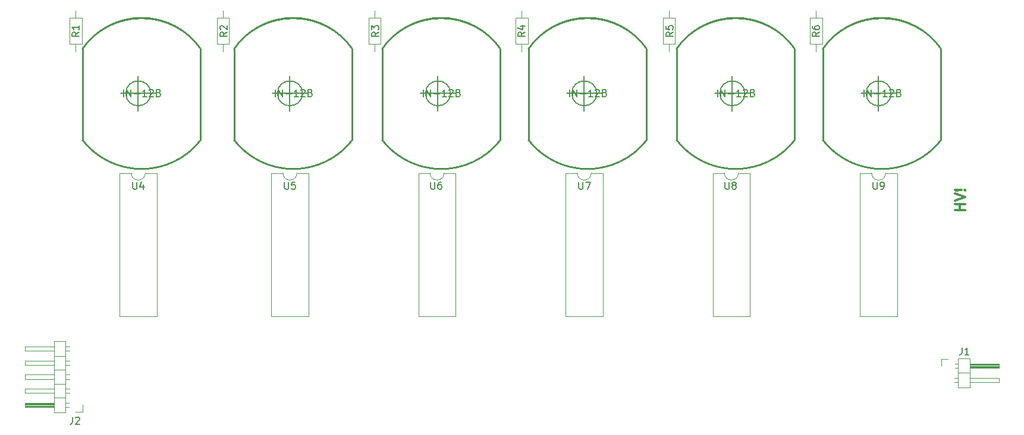
<source format=gbr>
G04 #@! TF.FileFunction,Legend,Top*
%FSLAX46Y46*%
G04 Gerber Fmt 4.6, Leading zero omitted, Abs format (unit mm)*
G04 Created by KiCad (PCBNEW 4.0.7) date Sun Oct  1 12:43:17 2017*
%MOMM*%
%LPD*%
G01*
G04 APERTURE LIST*
%ADD10C,0.100000*%
%ADD11C,0.300000*%
%ADD12C,0.120000*%
%ADD13C,0.254000*%
%ADD14C,0.063500*%
%ADD15C,0.127000*%
%ADD16C,0.150000*%
G04 APERTURE END LIST*
D10*
D11*
X168064571Y-54260571D02*
X166564571Y-54260571D01*
X167278857Y-54260571D02*
X167278857Y-53403428D01*
X168064571Y-53403428D02*
X166564571Y-53403428D01*
X166564571Y-52903428D02*
X168064571Y-52403428D01*
X166564571Y-51903428D01*
X167921714Y-51403428D02*
X167993143Y-51332000D01*
X168064571Y-51403428D01*
X167993143Y-51474857D01*
X167921714Y-51403428D01*
X168064571Y-51403428D01*
X167493143Y-51403428D02*
X166636000Y-51474857D01*
X166564571Y-51403428D01*
X166636000Y-51332000D01*
X167493143Y-51403428D01*
X166564571Y-51403428D01*
D12*
X167048000Y-75426000D02*
X167048000Y-79546000D01*
X167048000Y-79546000D02*
X168668000Y-79546000D01*
X168668000Y-79546000D02*
X168668000Y-75426000D01*
X168668000Y-75426000D02*
X167048000Y-75426000D01*
X168668000Y-76176000D02*
X172868000Y-76176000D01*
X172868000Y-76176000D02*
X172868000Y-76796000D01*
X172868000Y-76796000D02*
X168668000Y-76796000D01*
X168668000Y-76236000D02*
X172868000Y-76236000D01*
X168668000Y-76356000D02*
X172868000Y-76356000D01*
X168668000Y-76476000D02*
X172868000Y-76476000D01*
X168668000Y-76596000D02*
X172868000Y-76596000D01*
X168668000Y-76716000D02*
X172868000Y-76716000D01*
X166543000Y-76176000D02*
X167048000Y-76176000D01*
X166543000Y-76796000D02*
X167048000Y-76796000D01*
X167048000Y-77486000D02*
X168668000Y-77486000D01*
X168668000Y-78176000D02*
X172868000Y-78176000D01*
X172868000Y-78176000D02*
X172868000Y-78796000D01*
X172868000Y-78796000D02*
X168668000Y-78796000D01*
X166490114Y-78176000D02*
X167048000Y-78176000D01*
X166490114Y-78796000D02*
X167048000Y-78796000D01*
X164608000Y-76486000D02*
X164608000Y-75486000D01*
X164608000Y-75486000D02*
X165608000Y-75486000D01*
X39962000Y-83102000D02*
X39962000Y-72982000D01*
X39962000Y-72982000D02*
X38342000Y-72982000D01*
X38342000Y-72982000D02*
X38342000Y-83102000D01*
X38342000Y-83102000D02*
X39962000Y-83102000D01*
X38342000Y-82352000D02*
X34142000Y-82352000D01*
X34142000Y-82352000D02*
X34142000Y-81732000D01*
X34142000Y-81732000D02*
X38342000Y-81732000D01*
X38342000Y-82292000D02*
X34142000Y-82292000D01*
X38342000Y-82172000D02*
X34142000Y-82172000D01*
X38342000Y-82052000D02*
X34142000Y-82052000D01*
X38342000Y-81932000D02*
X34142000Y-81932000D01*
X38342000Y-81812000D02*
X34142000Y-81812000D01*
X40467000Y-82352000D02*
X39962000Y-82352000D01*
X40467000Y-81732000D02*
X39962000Y-81732000D01*
X39962000Y-81042000D02*
X38342000Y-81042000D01*
X38342000Y-80352000D02*
X34142000Y-80352000D01*
X34142000Y-80352000D02*
X34142000Y-79732000D01*
X34142000Y-79732000D02*
X38342000Y-79732000D01*
X40519886Y-80352000D02*
X39962000Y-80352000D01*
X40519886Y-79732000D02*
X39962000Y-79732000D01*
X39962000Y-79042000D02*
X38342000Y-79042000D01*
X38342000Y-78352000D02*
X34142000Y-78352000D01*
X34142000Y-78352000D02*
X34142000Y-77732000D01*
X34142000Y-77732000D02*
X38342000Y-77732000D01*
X40519886Y-78352000D02*
X39962000Y-78352000D01*
X40519886Y-77732000D02*
X39962000Y-77732000D01*
X39962000Y-77042000D02*
X38342000Y-77042000D01*
X38342000Y-76352000D02*
X34142000Y-76352000D01*
X34142000Y-76352000D02*
X34142000Y-75732000D01*
X34142000Y-75732000D02*
X38342000Y-75732000D01*
X40519886Y-76352000D02*
X39962000Y-76352000D01*
X40519886Y-75732000D02*
X39962000Y-75732000D01*
X39962000Y-75042000D02*
X38342000Y-75042000D01*
X38342000Y-74352000D02*
X34142000Y-74352000D01*
X34142000Y-74352000D02*
X34142000Y-73732000D01*
X34142000Y-73732000D02*
X38342000Y-73732000D01*
X40519886Y-74352000D02*
X39962000Y-74352000D01*
X40519886Y-73732000D02*
X39962000Y-73732000D01*
X42402000Y-82042000D02*
X42402000Y-83042000D01*
X42402000Y-83042000D02*
X41402000Y-83042000D01*
X42262000Y-26842000D02*
X40542000Y-26842000D01*
X40542000Y-26842000D02*
X40542000Y-30562000D01*
X40542000Y-30562000D02*
X42262000Y-30562000D01*
X42262000Y-30562000D02*
X42262000Y-26842000D01*
X41402000Y-25772000D02*
X41402000Y-26842000D01*
X41402000Y-31632000D02*
X41402000Y-30562000D01*
X63217000Y-26842000D02*
X61497000Y-26842000D01*
X61497000Y-26842000D02*
X61497000Y-30562000D01*
X61497000Y-30562000D02*
X63217000Y-30562000D01*
X63217000Y-30562000D02*
X63217000Y-26842000D01*
X62357000Y-25772000D02*
X62357000Y-26842000D01*
X62357000Y-31632000D02*
X62357000Y-30562000D01*
X84807000Y-26842000D02*
X83087000Y-26842000D01*
X83087000Y-26842000D02*
X83087000Y-30562000D01*
X83087000Y-30562000D02*
X84807000Y-30562000D01*
X84807000Y-30562000D02*
X84807000Y-26842000D01*
X83947000Y-25772000D02*
X83947000Y-26842000D01*
X83947000Y-31632000D02*
X83947000Y-30562000D01*
X105762000Y-26842000D02*
X104042000Y-26842000D01*
X104042000Y-26842000D02*
X104042000Y-30562000D01*
X104042000Y-30562000D02*
X105762000Y-30562000D01*
X105762000Y-30562000D02*
X105762000Y-26842000D01*
X104902000Y-25772000D02*
X104902000Y-26842000D01*
X104902000Y-31632000D02*
X104902000Y-30562000D01*
X126717000Y-26842000D02*
X124997000Y-26842000D01*
X124997000Y-26842000D02*
X124997000Y-30562000D01*
X124997000Y-30562000D02*
X126717000Y-30562000D01*
X126717000Y-30562000D02*
X126717000Y-26842000D01*
X125857000Y-25772000D02*
X125857000Y-26842000D01*
X125857000Y-31632000D02*
X125857000Y-30562000D01*
X147672000Y-26842000D02*
X145952000Y-26842000D01*
X145952000Y-26842000D02*
X145952000Y-30562000D01*
X145952000Y-30562000D02*
X147672000Y-30562000D01*
X147672000Y-30562000D02*
X147672000Y-26842000D01*
X146812000Y-25772000D02*
X146812000Y-26842000D01*
X146812000Y-31632000D02*
X146812000Y-30562000D01*
X51292000Y-48962000D02*
G75*
G02X49292000Y-48962000I-1000000J0D01*
G01*
X49292000Y-48962000D02*
X47642000Y-48962000D01*
X47642000Y-48962000D02*
X47642000Y-69402000D01*
X47642000Y-69402000D02*
X52942000Y-69402000D01*
X52942000Y-69402000D02*
X52942000Y-48962000D01*
X52942000Y-48962000D02*
X51292000Y-48962000D01*
X72882000Y-48962000D02*
G75*
G02X70882000Y-48962000I-1000000J0D01*
G01*
X70882000Y-48962000D02*
X69232000Y-48962000D01*
X69232000Y-48962000D02*
X69232000Y-69402000D01*
X69232000Y-69402000D02*
X74532000Y-69402000D01*
X74532000Y-69402000D02*
X74532000Y-48962000D01*
X74532000Y-48962000D02*
X72882000Y-48962000D01*
X93837000Y-48962000D02*
G75*
G02X91837000Y-48962000I-1000000J0D01*
G01*
X91837000Y-48962000D02*
X90187000Y-48962000D01*
X90187000Y-48962000D02*
X90187000Y-69402000D01*
X90187000Y-69402000D02*
X95487000Y-69402000D01*
X95487000Y-69402000D02*
X95487000Y-48962000D01*
X95487000Y-48962000D02*
X93837000Y-48962000D01*
X114792000Y-48962000D02*
G75*
G02X112792000Y-48962000I-1000000J0D01*
G01*
X112792000Y-48962000D02*
X111142000Y-48962000D01*
X111142000Y-48962000D02*
X111142000Y-69402000D01*
X111142000Y-69402000D02*
X116442000Y-69402000D01*
X116442000Y-69402000D02*
X116442000Y-48962000D01*
X116442000Y-48962000D02*
X114792000Y-48962000D01*
X135747000Y-48962000D02*
G75*
G02X133747000Y-48962000I-1000000J0D01*
G01*
X133747000Y-48962000D02*
X132097000Y-48962000D01*
X132097000Y-48962000D02*
X132097000Y-69402000D01*
X132097000Y-69402000D02*
X137397000Y-69402000D01*
X137397000Y-69402000D02*
X137397000Y-48962000D01*
X137397000Y-48962000D02*
X135747000Y-48962000D01*
X156702000Y-48962000D02*
G75*
G02X154702000Y-48962000I-1000000J0D01*
G01*
X154702000Y-48962000D02*
X153052000Y-48962000D01*
X153052000Y-48962000D02*
X153052000Y-69402000D01*
X153052000Y-69402000D02*
X158352000Y-69402000D01*
X158352000Y-69402000D02*
X158352000Y-48962000D01*
X158352000Y-48962000D02*
X156702000Y-48962000D01*
D13*
X85026500Y-44259500D02*
X85026500Y-31242000D01*
X101854000Y-31402020D02*
X101854000Y-44259500D01*
X101854000Y-31402020D02*
X101854000Y-31242000D01*
D14*
X94760051Y-37592000D02*
G75*
G03X94760051Y-37592000I-1796051J0D01*
G01*
D15*
X94731314Y-37592000D02*
G75*
G03X94731314Y-37592000I-1767314J0D01*
G01*
X95463360Y-37592000D02*
X90464640Y-37592000D01*
X92964000Y-35092640D02*
X92964000Y-40091360D01*
X85034018Y-44272281D02*
G75*
G03X101854000Y-44259500I8404962J6624401D01*
G01*
X101851965Y-31242705D02*
G75*
G03X85026500Y-31242000I-8412985J-6011475D01*
G01*
D13*
X101844821Y-31232377D02*
G75*
G03X85026500Y-31242000I-8405841J-5805903D01*
G01*
X85034937Y-44273627D02*
G75*
G03X101854000Y-44259500I8404043J6541927D01*
G01*
X42354500Y-44259500D02*
X42354500Y-31242000D01*
X59182000Y-31402020D02*
X59182000Y-44259500D01*
X59182000Y-31402020D02*
X59182000Y-31242000D01*
D14*
X52088051Y-37592000D02*
G75*
G03X52088051Y-37592000I-1796051J0D01*
G01*
D15*
X52059314Y-37592000D02*
G75*
G03X52059314Y-37592000I-1767314J0D01*
G01*
X52791360Y-37592000D02*
X47792640Y-37592000D01*
X50292000Y-35092640D02*
X50292000Y-40091360D01*
X42362018Y-44272281D02*
G75*
G03X59182000Y-44259500I8404962J6624401D01*
G01*
X59179965Y-31242705D02*
G75*
G03X42354500Y-31242000I-8412985J-6011475D01*
G01*
D13*
X59172821Y-31232377D02*
G75*
G03X42354500Y-31242000I-8405841J-5805903D01*
G01*
X42362937Y-44273627D02*
G75*
G03X59182000Y-44259500I8404043J6541927D01*
G01*
X63944500Y-44259500D02*
X63944500Y-31242000D01*
X80772000Y-31402020D02*
X80772000Y-44259500D01*
X80772000Y-31402020D02*
X80772000Y-31242000D01*
D14*
X73678051Y-37592000D02*
G75*
G03X73678051Y-37592000I-1796051J0D01*
G01*
D15*
X73649314Y-37592000D02*
G75*
G03X73649314Y-37592000I-1767314J0D01*
G01*
X74381360Y-37592000D02*
X69382640Y-37592000D01*
X71882000Y-35092640D02*
X71882000Y-40091360D01*
X63952018Y-44272281D02*
G75*
G03X80772000Y-44259500I8404962J6624401D01*
G01*
X80769965Y-31242705D02*
G75*
G03X63944500Y-31242000I-8412985J-6011475D01*
G01*
D13*
X80762821Y-31232377D02*
G75*
G03X63944500Y-31242000I-8405841J-5805903D01*
G01*
X63952937Y-44273627D02*
G75*
G03X80772000Y-44259500I8404043J6541927D01*
G01*
X105854500Y-44259500D02*
X105854500Y-31242000D01*
X122682000Y-31402020D02*
X122682000Y-44259500D01*
X122682000Y-31402020D02*
X122682000Y-31242000D01*
D14*
X115588051Y-37592000D02*
G75*
G03X115588051Y-37592000I-1796051J0D01*
G01*
D15*
X115559314Y-37592000D02*
G75*
G03X115559314Y-37592000I-1767314J0D01*
G01*
X116291360Y-37592000D02*
X111292640Y-37592000D01*
X113792000Y-35092640D02*
X113792000Y-40091360D01*
X105862018Y-44272281D02*
G75*
G03X122682000Y-44259500I8404962J6624401D01*
G01*
X122679965Y-31242705D02*
G75*
G03X105854500Y-31242000I-8412985J-6011475D01*
G01*
D13*
X122672821Y-31232377D02*
G75*
G03X105854500Y-31242000I-8405841J-5805903D01*
G01*
X105862937Y-44273627D02*
G75*
G03X122682000Y-44259500I8404043J6541927D01*
G01*
X126936500Y-44259500D02*
X126936500Y-31242000D01*
X143764000Y-31402020D02*
X143764000Y-44259500D01*
X143764000Y-31402020D02*
X143764000Y-31242000D01*
D14*
X136670051Y-37592000D02*
G75*
G03X136670051Y-37592000I-1796051J0D01*
G01*
D15*
X136641314Y-37592000D02*
G75*
G03X136641314Y-37592000I-1767314J0D01*
G01*
X137373360Y-37592000D02*
X132374640Y-37592000D01*
X134874000Y-35092640D02*
X134874000Y-40091360D01*
X126944018Y-44272281D02*
G75*
G03X143764000Y-44259500I8404962J6624401D01*
G01*
X143761965Y-31242705D02*
G75*
G03X126936500Y-31242000I-8412985J-6011475D01*
G01*
D13*
X143754821Y-31232377D02*
G75*
G03X126936500Y-31242000I-8405841J-5805903D01*
G01*
X126944937Y-44273627D02*
G75*
G03X143764000Y-44259500I8404043J6541927D01*
G01*
X147764500Y-44259500D02*
X147764500Y-31242000D01*
X164592000Y-31402020D02*
X164592000Y-44259500D01*
X164592000Y-31402020D02*
X164592000Y-31242000D01*
D14*
X157498051Y-37592000D02*
G75*
G03X157498051Y-37592000I-1796051J0D01*
G01*
D15*
X157469314Y-37592000D02*
G75*
G03X157469314Y-37592000I-1767314J0D01*
G01*
X158201360Y-37592000D02*
X153202640Y-37592000D01*
X155702000Y-35092640D02*
X155702000Y-40091360D01*
X147772018Y-44272281D02*
G75*
G03X164592000Y-44259500I8404962J6624401D01*
G01*
X164589965Y-31242705D02*
G75*
G03X147764500Y-31242000I-8412985J-6011475D01*
G01*
D13*
X164582821Y-31232377D02*
G75*
G03X147764500Y-31242000I-8405841J-5805903D01*
G01*
X147772937Y-44273627D02*
G75*
G03X164592000Y-44259500I8404043J6541927D01*
G01*
D16*
X167560667Y-73874381D02*
X167560667Y-74588667D01*
X167513047Y-74731524D01*
X167417809Y-74826762D01*
X167274952Y-74874381D01*
X167179714Y-74874381D01*
X168560667Y-74874381D02*
X167989238Y-74874381D01*
X168274952Y-74874381D02*
X168274952Y-73874381D01*
X168179714Y-74017238D01*
X168084476Y-74112476D01*
X167989238Y-74160095D01*
X40941667Y-83780381D02*
X40941667Y-84494667D01*
X40894047Y-84637524D01*
X40798809Y-84732762D01*
X40655952Y-84780381D01*
X40560714Y-84780381D01*
X41370238Y-83875619D02*
X41417857Y-83828000D01*
X41513095Y-83780381D01*
X41751191Y-83780381D01*
X41846429Y-83828000D01*
X41894048Y-83875619D01*
X41941667Y-83970857D01*
X41941667Y-84066095D01*
X41894048Y-84208952D01*
X41322619Y-84780381D01*
X41941667Y-84780381D01*
X41854381Y-28868666D02*
X41378190Y-29202000D01*
X41854381Y-29440095D02*
X40854381Y-29440095D01*
X40854381Y-29059142D01*
X40902000Y-28963904D01*
X40949619Y-28916285D01*
X41044857Y-28868666D01*
X41187714Y-28868666D01*
X41282952Y-28916285D01*
X41330571Y-28963904D01*
X41378190Y-29059142D01*
X41378190Y-29440095D01*
X41854381Y-27916285D02*
X41854381Y-28487714D01*
X41854381Y-28202000D02*
X40854381Y-28202000D01*
X40997238Y-28297238D01*
X41092476Y-28392476D01*
X41140095Y-28487714D01*
X62936381Y-28868666D02*
X62460190Y-29202000D01*
X62936381Y-29440095D02*
X61936381Y-29440095D01*
X61936381Y-29059142D01*
X61984000Y-28963904D01*
X62031619Y-28916285D01*
X62126857Y-28868666D01*
X62269714Y-28868666D01*
X62364952Y-28916285D01*
X62412571Y-28963904D01*
X62460190Y-29059142D01*
X62460190Y-29440095D01*
X62031619Y-28487714D02*
X61984000Y-28440095D01*
X61936381Y-28344857D01*
X61936381Y-28106761D01*
X61984000Y-28011523D01*
X62031619Y-27963904D01*
X62126857Y-27916285D01*
X62222095Y-27916285D01*
X62364952Y-27963904D01*
X62936381Y-28535333D01*
X62936381Y-27916285D01*
X84526381Y-28868666D02*
X84050190Y-29202000D01*
X84526381Y-29440095D02*
X83526381Y-29440095D01*
X83526381Y-29059142D01*
X83574000Y-28963904D01*
X83621619Y-28916285D01*
X83716857Y-28868666D01*
X83859714Y-28868666D01*
X83954952Y-28916285D01*
X84002571Y-28963904D01*
X84050190Y-29059142D01*
X84050190Y-29440095D01*
X83526381Y-28535333D02*
X83526381Y-27916285D01*
X83907333Y-28249619D01*
X83907333Y-28106761D01*
X83954952Y-28011523D01*
X84002571Y-27963904D01*
X84097810Y-27916285D01*
X84335905Y-27916285D01*
X84431143Y-27963904D01*
X84478762Y-28011523D01*
X84526381Y-28106761D01*
X84526381Y-28392476D01*
X84478762Y-28487714D01*
X84431143Y-28535333D01*
X105354381Y-28868666D02*
X104878190Y-29202000D01*
X105354381Y-29440095D02*
X104354381Y-29440095D01*
X104354381Y-29059142D01*
X104402000Y-28963904D01*
X104449619Y-28916285D01*
X104544857Y-28868666D01*
X104687714Y-28868666D01*
X104782952Y-28916285D01*
X104830571Y-28963904D01*
X104878190Y-29059142D01*
X104878190Y-29440095D01*
X104687714Y-28011523D02*
X105354381Y-28011523D01*
X104306762Y-28249619D02*
X105021048Y-28487714D01*
X105021048Y-27868666D01*
X126436381Y-28868666D02*
X125960190Y-29202000D01*
X126436381Y-29440095D02*
X125436381Y-29440095D01*
X125436381Y-29059142D01*
X125484000Y-28963904D01*
X125531619Y-28916285D01*
X125626857Y-28868666D01*
X125769714Y-28868666D01*
X125864952Y-28916285D01*
X125912571Y-28963904D01*
X125960190Y-29059142D01*
X125960190Y-29440095D01*
X125436381Y-27963904D02*
X125436381Y-28440095D01*
X125912571Y-28487714D01*
X125864952Y-28440095D01*
X125817333Y-28344857D01*
X125817333Y-28106761D01*
X125864952Y-28011523D01*
X125912571Y-27963904D01*
X126007810Y-27916285D01*
X126245905Y-27916285D01*
X126341143Y-27963904D01*
X126388762Y-28011523D01*
X126436381Y-28106761D01*
X126436381Y-28344857D01*
X126388762Y-28440095D01*
X126341143Y-28487714D01*
X147264381Y-28868666D02*
X146788190Y-29202000D01*
X147264381Y-29440095D02*
X146264381Y-29440095D01*
X146264381Y-29059142D01*
X146312000Y-28963904D01*
X146359619Y-28916285D01*
X146454857Y-28868666D01*
X146597714Y-28868666D01*
X146692952Y-28916285D01*
X146740571Y-28963904D01*
X146788190Y-29059142D01*
X146788190Y-29440095D01*
X146264381Y-28011523D02*
X146264381Y-28202000D01*
X146312000Y-28297238D01*
X146359619Y-28344857D01*
X146502476Y-28440095D01*
X146692952Y-28487714D01*
X147073905Y-28487714D01*
X147169143Y-28440095D01*
X147216762Y-28392476D01*
X147264381Y-28297238D01*
X147264381Y-28106761D01*
X147216762Y-28011523D01*
X147169143Y-27963904D01*
X147073905Y-27916285D01*
X146835810Y-27916285D01*
X146740571Y-27963904D01*
X146692952Y-28011523D01*
X146645333Y-28106761D01*
X146645333Y-28297238D01*
X146692952Y-28392476D01*
X146740571Y-28440095D01*
X146835810Y-28487714D01*
X49530095Y-50252381D02*
X49530095Y-51061905D01*
X49577714Y-51157143D01*
X49625333Y-51204762D01*
X49720571Y-51252381D01*
X49911048Y-51252381D01*
X50006286Y-51204762D01*
X50053905Y-51157143D01*
X50101524Y-51061905D01*
X50101524Y-50252381D01*
X51006286Y-50585714D02*
X51006286Y-51252381D01*
X50768190Y-50204762D02*
X50530095Y-50919048D01*
X51149143Y-50919048D01*
X71120095Y-50252381D02*
X71120095Y-51061905D01*
X71167714Y-51157143D01*
X71215333Y-51204762D01*
X71310571Y-51252381D01*
X71501048Y-51252381D01*
X71596286Y-51204762D01*
X71643905Y-51157143D01*
X71691524Y-51061905D01*
X71691524Y-50252381D01*
X72643905Y-50252381D02*
X72167714Y-50252381D01*
X72120095Y-50728571D01*
X72167714Y-50680952D01*
X72262952Y-50633333D01*
X72501048Y-50633333D01*
X72596286Y-50680952D01*
X72643905Y-50728571D01*
X72691524Y-50823810D01*
X72691524Y-51061905D01*
X72643905Y-51157143D01*
X72596286Y-51204762D01*
X72501048Y-51252381D01*
X72262952Y-51252381D01*
X72167714Y-51204762D01*
X72120095Y-51157143D01*
X91948095Y-50252381D02*
X91948095Y-51061905D01*
X91995714Y-51157143D01*
X92043333Y-51204762D01*
X92138571Y-51252381D01*
X92329048Y-51252381D01*
X92424286Y-51204762D01*
X92471905Y-51157143D01*
X92519524Y-51061905D01*
X92519524Y-50252381D01*
X93424286Y-50252381D02*
X93233809Y-50252381D01*
X93138571Y-50300000D01*
X93090952Y-50347619D01*
X92995714Y-50490476D01*
X92948095Y-50680952D01*
X92948095Y-51061905D01*
X92995714Y-51157143D01*
X93043333Y-51204762D01*
X93138571Y-51252381D01*
X93329048Y-51252381D01*
X93424286Y-51204762D01*
X93471905Y-51157143D01*
X93519524Y-51061905D01*
X93519524Y-50823810D01*
X93471905Y-50728571D01*
X93424286Y-50680952D01*
X93329048Y-50633333D01*
X93138571Y-50633333D01*
X93043333Y-50680952D01*
X92995714Y-50728571D01*
X92948095Y-50823810D01*
X113030095Y-50252381D02*
X113030095Y-51061905D01*
X113077714Y-51157143D01*
X113125333Y-51204762D01*
X113220571Y-51252381D01*
X113411048Y-51252381D01*
X113506286Y-51204762D01*
X113553905Y-51157143D01*
X113601524Y-51061905D01*
X113601524Y-50252381D01*
X113982476Y-50252381D02*
X114649143Y-50252381D01*
X114220571Y-51252381D01*
X133858095Y-50252381D02*
X133858095Y-51061905D01*
X133905714Y-51157143D01*
X133953333Y-51204762D01*
X134048571Y-51252381D01*
X134239048Y-51252381D01*
X134334286Y-51204762D01*
X134381905Y-51157143D01*
X134429524Y-51061905D01*
X134429524Y-50252381D01*
X135048571Y-50680952D02*
X134953333Y-50633333D01*
X134905714Y-50585714D01*
X134858095Y-50490476D01*
X134858095Y-50442857D01*
X134905714Y-50347619D01*
X134953333Y-50300000D01*
X135048571Y-50252381D01*
X135239048Y-50252381D01*
X135334286Y-50300000D01*
X135381905Y-50347619D01*
X135429524Y-50442857D01*
X135429524Y-50490476D01*
X135381905Y-50585714D01*
X135334286Y-50633333D01*
X135239048Y-50680952D01*
X135048571Y-50680952D01*
X134953333Y-50728571D01*
X134905714Y-50776190D01*
X134858095Y-50871429D01*
X134858095Y-51061905D01*
X134905714Y-51157143D01*
X134953333Y-51204762D01*
X135048571Y-51252381D01*
X135239048Y-51252381D01*
X135334286Y-51204762D01*
X135381905Y-51157143D01*
X135429524Y-51061905D01*
X135429524Y-50871429D01*
X135381905Y-50776190D01*
X135334286Y-50728571D01*
X135239048Y-50680952D01*
X154940095Y-50252381D02*
X154940095Y-51061905D01*
X154987714Y-51157143D01*
X155035333Y-51204762D01*
X155130571Y-51252381D01*
X155321048Y-51252381D01*
X155416286Y-51204762D01*
X155463905Y-51157143D01*
X155511524Y-51061905D01*
X155511524Y-50252381D01*
X156035333Y-51252381D02*
X156225809Y-51252381D01*
X156321048Y-51204762D01*
X156368667Y-51157143D01*
X156463905Y-51014286D01*
X156511524Y-50823810D01*
X156511524Y-50442857D01*
X156463905Y-50347619D01*
X156416286Y-50300000D01*
X156321048Y-50252381D01*
X156130571Y-50252381D01*
X156035333Y-50300000D01*
X155987714Y-50347619D01*
X155940095Y-50442857D01*
X155940095Y-50680952D01*
X155987714Y-50776190D01*
X156035333Y-50823810D01*
X156130571Y-50871429D01*
X156321048Y-50871429D01*
X156416286Y-50823810D01*
X156463905Y-50776190D01*
X156511524Y-50680952D01*
X90874222Y-38044381D02*
X90874222Y-37044381D01*
X91350412Y-38044381D02*
X91350412Y-37044381D01*
X91921841Y-38044381D01*
X91921841Y-37044381D01*
X92398031Y-37663429D02*
X93159936Y-37663429D01*
X94159936Y-38044381D02*
X93588507Y-38044381D01*
X93874221Y-38044381D02*
X93874221Y-37044381D01*
X93778983Y-37187238D01*
X93683745Y-37282476D01*
X93588507Y-37330095D01*
X94540888Y-37139619D02*
X94588507Y-37092000D01*
X94683745Y-37044381D01*
X94921841Y-37044381D01*
X95017079Y-37092000D01*
X95064698Y-37139619D01*
X95112317Y-37234857D01*
X95112317Y-37330095D01*
X95064698Y-37472952D01*
X94493269Y-38044381D01*
X95112317Y-38044381D01*
X95874222Y-37520571D02*
X96017079Y-37568190D01*
X96064698Y-37615810D01*
X96112317Y-37711048D01*
X96112317Y-37853905D01*
X96064698Y-37949143D01*
X96017079Y-37996762D01*
X95921841Y-38044381D01*
X95540888Y-38044381D01*
X95540888Y-37044381D01*
X95874222Y-37044381D01*
X95969460Y-37092000D01*
X96017079Y-37139619D01*
X96064698Y-37234857D01*
X96064698Y-37330095D01*
X96017079Y-37425333D01*
X95969460Y-37472952D01*
X95874222Y-37520571D01*
X95540888Y-37520571D01*
X48202222Y-38044381D02*
X48202222Y-37044381D01*
X48678412Y-38044381D02*
X48678412Y-37044381D01*
X49249841Y-38044381D01*
X49249841Y-37044381D01*
X49726031Y-37663429D02*
X50487936Y-37663429D01*
X51487936Y-38044381D02*
X50916507Y-38044381D01*
X51202221Y-38044381D02*
X51202221Y-37044381D01*
X51106983Y-37187238D01*
X51011745Y-37282476D01*
X50916507Y-37330095D01*
X51868888Y-37139619D02*
X51916507Y-37092000D01*
X52011745Y-37044381D01*
X52249841Y-37044381D01*
X52345079Y-37092000D01*
X52392698Y-37139619D01*
X52440317Y-37234857D01*
X52440317Y-37330095D01*
X52392698Y-37472952D01*
X51821269Y-38044381D01*
X52440317Y-38044381D01*
X53202222Y-37520571D02*
X53345079Y-37568190D01*
X53392698Y-37615810D01*
X53440317Y-37711048D01*
X53440317Y-37853905D01*
X53392698Y-37949143D01*
X53345079Y-37996762D01*
X53249841Y-38044381D01*
X52868888Y-38044381D01*
X52868888Y-37044381D01*
X53202222Y-37044381D01*
X53297460Y-37092000D01*
X53345079Y-37139619D01*
X53392698Y-37234857D01*
X53392698Y-37330095D01*
X53345079Y-37425333D01*
X53297460Y-37472952D01*
X53202222Y-37520571D01*
X52868888Y-37520571D01*
X69792222Y-38044381D02*
X69792222Y-37044381D01*
X70268412Y-38044381D02*
X70268412Y-37044381D01*
X70839841Y-38044381D01*
X70839841Y-37044381D01*
X71316031Y-37663429D02*
X72077936Y-37663429D01*
X73077936Y-38044381D02*
X72506507Y-38044381D01*
X72792221Y-38044381D02*
X72792221Y-37044381D01*
X72696983Y-37187238D01*
X72601745Y-37282476D01*
X72506507Y-37330095D01*
X73458888Y-37139619D02*
X73506507Y-37092000D01*
X73601745Y-37044381D01*
X73839841Y-37044381D01*
X73935079Y-37092000D01*
X73982698Y-37139619D01*
X74030317Y-37234857D01*
X74030317Y-37330095D01*
X73982698Y-37472952D01*
X73411269Y-38044381D01*
X74030317Y-38044381D01*
X74792222Y-37520571D02*
X74935079Y-37568190D01*
X74982698Y-37615810D01*
X75030317Y-37711048D01*
X75030317Y-37853905D01*
X74982698Y-37949143D01*
X74935079Y-37996762D01*
X74839841Y-38044381D01*
X74458888Y-38044381D01*
X74458888Y-37044381D01*
X74792222Y-37044381D01*
X74887460Y-37092000D01*
X74935079Y-37139619D01*
X74982698Y-37234857D01*
X74982698Y-37330095D01*
X74935079Y-37425333D01*
X74887460Y-37472952D01*
X74792222Y-37520571D01*
X74458888Y-37520571D01*
X111702222Y-38044381D02*
X111702222Y-37044381D01*
X112178412Y-38044381D02*
X112178412Y-37044381D01*
X112749841Y-38044381D01*
X112749841Y-37044381D01*
X113226031Y-37663429D02*
X113987936Y-37663429D01*
X114987936Y-38044381D02*
X114416507Y-38044381D01*
X114702221Y-38044381D02*
X114702221Y-37044381D01*
X114606983Y-37187238D01*
X114511745Y-37282476D01*
X114416507Y-37330095D01*
X115368888Y-37139619D02*
X115416507Y-37092000D01*
X115511745Y-37044381D01*
X115749841Y-37044381D01*
X115845079Y-37092000D01*
X115892698Y-37139619D01*
X115940317Y-37234857D01*
X115940317Y-37330095D01*
X115892698Y-37472952D01*
X115321269Y-38044381D01*
X115940317Y-38044381D01*
X116702222Y-37520571D02*
X116845079Y-37568190D01*
X116892698Y-37615810D01*
X116940317Y-37711048D01*
X116940317Y-37853905D01*
X116892698Y-37949143D01*
X116845079Y-37996762D01*
X116749841Y-38044381D01*
X116368888Y-38044381D01*
X116368888Y-37044381D01*
X116702222Y-37044381D01*
X116797460Y-37092000D01*
X116845079Y-37139619D01*
X116892698Y-37234857D01*
X116892698Y-37330095D01*
X116845079Y-37425333D01*
X116797460Y-37472952D01*
X116702222Y-37520571D01*
X116368888Y-37520571D01*
X132784222Y-38044381D02*
X132784222Y-37044381D01*
X133260412Y-38044381D02*
X133260412Y-37044381D01*
X133831841Y-38044381D01*
X133831841Y-37044381D01*
X134308031Y-37663429D02*
X135069936Y-37663429D01*
X136069936Y-38044381D02*
X135498507Y-38044381D01*
X135784221Y-38044381D02*
X135784221Y-37044381D01*
X135688983Y-37187238D01*
X135593745Y-37282476D01*
X135498507Y-37330095D01*
X136450888Y-37139619D02*
X136498507Y-37092000D01*
X136593745Y-37044381D01*
X136831841Y-37044381D01*
X136927079Y-37092000D01*
X136974698Y-37139619D01*
X137022317Y-37234857D01*
X137022317Y-37330095D01*
X136974698Y-37472952D01*
X136403269Y-38044381D01*
X137022317Y-38044381D01*
X137784222Y-37520571D02*
X137927079Y-37568190D01*
X137974698Y-37615810D01*
X138022317Y-37711048D01*
X138022317Y-37853905D01*
X137974698Y-37949143D01*
X137927079Y-37996762D01*
X137831841Y-38044381D01*
X137450888Y-38044381D01*
X137450888Y-37044381D01*
X137784222Y-37044381D01*
X137879460Y-37092000D01*
X137927079Y-37139619D01*
X137974698Y-37234857D01*
X137974698Y-37330095D01*
X137927079Y-37425333D01*
X137879460Y-37472952D01*
X137784222Y-37520571D01*
X137450888Y-37520571D01*
X153612222Y-38044381D02*
X153612222Y-37044381D01*
X154088412Y-38044381D02*
X154088412Y-37044381D01*
X154659841Y-38044381D01*
X154659841Y-37044381D01*
X155136031Y-37663429D02*
X155897936Y-37663429D01*
X156897936Y-38044381D02*
X156326507Y-38044381D01*
X156612221Y-38044381D02*
X156612221Y-37044381D01*
X156516983Y-37187238D01*
X156421745Y-37282476D01*
X156326507Y-37330095D01*
X157278888Y-37139619D02*
X157326507Y-37092000D01*
X157421745Y-37044381D01*
X157659841Y-37044381D01*
X157755079Y-37092000D01*
X157802698Y-37139619D01*
X157850317Y-37234857D01*
X157850317Y-37330095D01*
X157802698Y-37472952D01*
X157231269Y-38044381D01*
X157850317Y-38044381D01*
X158612222Y-37520571D02*
X158755079Y-37568190D01*
X158802698Y-37615810D01*
X158850317Y-37711048D01*
X158850317Y-37853905D01*
X158802698Y-37949143D01*
X158755079Y-37996762D01*
X158659841Y-38044381D01*
X158278888Y-38044381D01*
X158278888Y-37044381D01*
X158612222Y-37044381D01*
X158707460Y-37092000D01*
X158755079Y-37139619D01*
X158802698Y-37234857D01*
X158802698Y-37330095D01*
X158755079Y-37425333D01*
X158707460Y-37472952D01*
X158612222Y-37520571D01*
X158278888Y-37520571D01*
M02*

</source>
